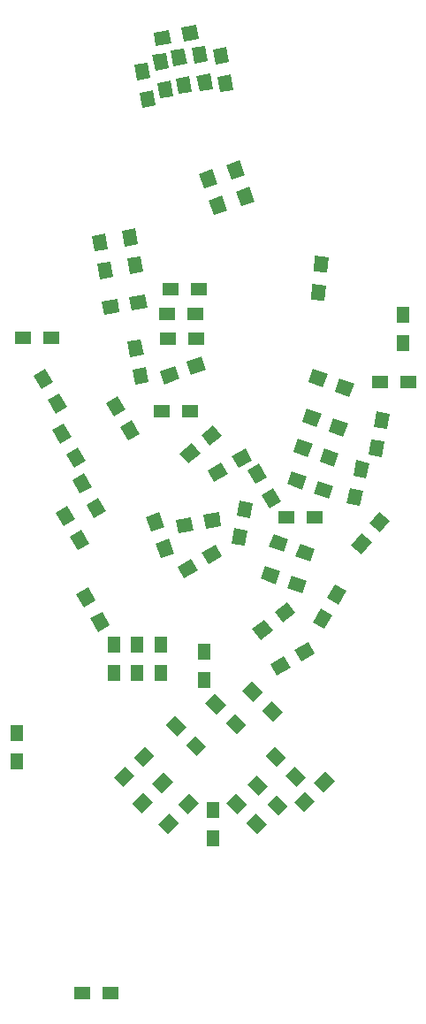
<source format=gbr>
%TF.GenerationSoftware,KiCad,Pcbnew,5.1.9*%
%TF.CreationDate,2021-02-07T10:12:46+01:00*%
%TF.ProjectId,afterglow_replay,61667465-7267-46c6-9f77-5f7265706c61,rev?*%
%TF.SameCoordinates,Original*%
%TF.FileFunction,Paste,Top*%
%TF.FilePolarity,Positive*%
%FSLAX46Y46*%
G04 Gerber Fmt 4.6, Leading zero omitted, Abs format (unit mm)*
G04 Created by KiCad (PCBNEW 5.1.9) date 2021-02-07 10:12:46*
%MOMM*%
%LPD*%
G01*
G04 APERTURE LIST*
%ADD10R,1.500000X1.300000*%
%ADD11C,0.100000*%
%ADD12R,1.300000X1.500000*%
G04 APERTURE END LIST*
D10*
%TO.C,D88*%
X121450000Y-150900000D03*
X118750000Y-150900000D03*
%TD*%
D11*
%TO.C,D87*%
G36*
X122887917Y-95055385D02*
G01*
X121762083Y-95705385D01*
X121012083Y-94406347D01*
X122137917Y-93756347D01*
X122887917Y-95055385D01*
G37*
G36*
X124237917Y-97393653D02*
G01*
X123112083Y-98043653D01*
X122362083Y-96744615D01*
X123487917Y-96094615D01*
X124237917Y-97393653D01*
G37*
%TD*%
%TO.C,D86*%
G36*
X134305588Y-72613871D02*
G01*
X133083988Y-73058498D01*
X132570958Y-71648959D01*
X133792558Y-71204332D01*
X134305588Y-72613871D01*
G37*
G36*
X135229042Y-75151041D02*
G01*
X134007442Y-75595668D01*
X133494412Y-74186129D01*
X134716012Y-73741502D01*
X135229042Y-75151041D01*
G37*
%TD*%
%TO.C,D85*%
G36*
X147251601Y-106824185D02*
G01*
X146255743Y-105988561D01*
X147219925Y-104839495D01*
X148215783Y-105675119D01*
X147251601Y-106824185D01*
G37*
G36*
X145516075Y-108892505D02*
G01*
X144520217Y-108056881D01*
X145484399Y-106907815D01*
X146480257Y-107743439D01*
X145516075Y-108892505D01*
G37*
%TD*%
%TO.C,D84*%
G36*
X145968311Y-101661596D02*
G01*
X144701630Y-101369159D01*
X145039057Y-99907604D01*
X146305738Y-100200041D01*
X145968311Y-101661596D01*
G37*
G36*
X145360943Y-104292396D02*
G01*
X144094262Y-103999959D01*
X144431689Y-102538404D01*
X145698370Y-102830841D01*
X145360943Y-104292396D01*
G37*
%TD*%
%TO.C,D83*%
G36*
X147944314Y-96921987D02*
G01*
X146664064Y-96696244D01*
X146924536Y-95219033D01*
X148204786Y-95444776D01*
X147944314Y-96921987D01*
G37*
G36*
X147475464Y-99580967D02*
G01*
X146195214Y-99355224D01*
X146455686Y-97878013D01*
X147735936Y-98103756D01*
X147475464Y-99580967D01*
G37*
%TD*%
D10*
%TO.C,D82*%
X150000000Y-92400000D03*
X147300000Y-92400000D03*
%TD*%
D12*
%TO.C,D81*%
X149500000Y-85950000D03*
X149500000Y-88650000D03*
%TD*%
%TO.C,D78*%
X126300000Y-117550000D03*
X126300000Y-120250000D03*
%TD*%
%TO.C,D77*%
X124000000Y-117550000D03*
X124000000Y-120250000D03*
%TD*%
%TO.C,D76*%
X121800000Y-117550000D03*
X121800000Y-120250000D03*
%TD*%
D11*
%TO.C,D75*%
G36*
X118062917Y-105555385D02*
G01*
X116937083Y-106205385D01*
X116187083Y-104906347D01*
X117312917Y-104256347D01*
X118062917Y-105555385D01*
G37*
G36*
X119412917Y-107893653D02*
G01*
X118287083Y-108543653D01*
X117537083Y-107244615D01*
X118662917Y-106594615D01*
X119412917Y-107893653D01*
G37*
%TD*%
%TO.C,D74*%
G36*
X119662917Y-102455385D02*
G01*
X118537083Y-103105385D01*
X117787083Y-101806347D01*
X118912917Y-101156347D01*
X119662917Y-102455385D01*
G37*
G36*
X121012917Y-104793653D02*
G01*
X119887083Y-105443653D01*
X119137083Y-104144615D01*
X120262917Y-103494615D01*
X121012917Y-104793653D01*
G37*
%TD*%
%TO.C,D73*%
G36*
X117762917Y-97655385D02*
G01*
X116637083Y-98305385D01*
X115887083Y-97006347D01*
X117012917Y-96356347D01*
X117762917Y-97655385D01*
G37*
G36*
X119112917Y-99993653D02*
G01*
X117987083Y-100643653D01*
X117237083Y-99344615D01*
X118362917Y-98694615D01*
X119112917Y-99993653D01*
G37*
%TD*%
%TO.C,D72*%
G36*
X115962917Y-92455385D02*
G01*
X114837083Y-93105385D01*
X114087083Y-91806347D01*
X115212917Y-91156347D01*
X115962917Y-92455385D01*
G37*
G36*
X117312917Y-94793653D02*
G01*
X116187083Y-95443653D01*
X115437083Y-94144615D01*
X116562917Y-93494615D01*
X117312917Y-94793653D01*
G37*
%TD*%
D10*
%TO.C,D71*%
X115750000Y-88200000D03*
X113050000Y-88200000D03*
%TD*%
D11*
%TO.C,D68*%
G36*
X142199820Y-81958934D02*
G01*
X140904767Y-81845632D01*
X141035500Y-80351340D01*
X142330553Y-80464642D01*
X142199820Y-81958934D01*
G37*
G36*
X141964500Y-84648660D02*
G01*
X140669447Y-84535358D01*
X140800180Y-83041066D01*
X142095233Y-83154368D01*
X141964500Y-84648660D01*
G37*
%TD*%
%TO.C,D67*%
G36*
X138410502Y-112178012D02*
G01*
X138855129Y-110956412D01*
X140264668Y-111469442D01*
X139820041Y-112691042D01*
X138410502Y-112178012D01*
G37*
G36*
X135873332Y-111254558D02*
G01*
X136317959Y-110032958D01*
X137727498Y-110545988D01*
X137282871Y-111767588D01*
X135873332Y-111254558D01*
G37*
%TD*%
%TO.C,D66*%
G36*
X139191502Y-109116012D02*
G01*
X139636129Y-107894412D01*
X141045668Y-108407442D01*
X140601041Y-109629042D01*
X139191502Y-109116012D01*
G37*
G36*
X136654332Y-108192558D02*
G01*
X137098959Y-106970958D01*
X138508498Y-107483988D01*
X138063871Y-108705588D01*
X136654332Y-108192558D01*
G37*
%TD*%
D10*
%TO.C,D65*%
X141050000Y-105400000D03*
X138350000Y-105400000D03*
%TD*%
D11*
%TO.C,D64*%
G36*
X140941502Y-103116012D02*
G01*
X141386129Y-101894412D01*
X142795668Y-102407442D01*
X142351041Y-103629042D01*
X140941502Y-103116012D01*
G37*
G36*
X138404332Y-102192558D02*
G01*
X138848959Y-100970958D01*
X140258498Y-101483988D01*
X139813871Y-102705588D01*
X138404332Y-102192558D01*
G37*
%TD*%
%TO.C,D63*%
G36*
X141491502Y-100016012D02*
G01*
X141936129Y-98794412D01*
X143345668Y-99307442D01*
X142901041Y-100529042D01*
X141491502Y-100016012D01*
G37*
G36*
X138954332Y-99092558D02*
G01*
X139398959Y-97870958D01*
X140808498Y-98383988D01*
X140363871Y-99605588D01*
X138954332Y-99092558D01*
G37*
%TD*%
%TO.C,D62*%
G36*
X142341502Y-97116012D02*
G01*
X142786129Y-95894412D01*
X144195668Y-96407442D01*
X143751041Y-97629042D01*
X142341502Y-97116012D01*
G37*
G36*
X139804332Y-96192558D02*
G01*
X140248959Y-94970958D01*
X141658498Y-95483988D01*
X141213871Y-96705588D01*
X139804332Y-96192558D01*
G37*
%TD*%
%TO.C,D61*%
G36*
X142941502Y-93316012D02*
G01*
X143386129Y-92094412D01*
X144795668Y-92607442D01*
X144351041Y-93829042D01*
X142941502Y-93316012D01*
G37*
G36*
X140404332Y-92392558D02*
G01*
X140848959Y-91170958D01*
X142258498Y-91683988D01*
X141813871Y-92905588D01*
X140404332Y-92392558D01*
G37*
%TD*%
%TO.C,D58*%
G36*
X120062917Y-113355385D02*
G01*
X118937083Y-114005385D01*
X118187083Y-112706347D01*
X119312917Y-112056347D01*
X120062917Y-113355385D01*
G37*
G36*
X121412917Y-115693653D02*
G01*
X120287083Y-116343653D01*
X119537083Y-115044615D01*
X120662917Y-114394615D01*
X121412917Y-115693653D01*
G37*
%TD*%
%TO.C,D57*%
G36*
X143337917Y-113736385D02*
G01*
X142212083Y-113086385D01*
X142962083Y-111787347D01*
X144087917Y-112437347D01*
X143337917Y-113736385D01*
G37*
G36*
X141987917Y-116074653D02*
G01*
X140862083Y-115424653D01*
X141612083Y-114125615D01*
X142737917Y-114775615D01*
X141987917Y-116074653D01*
G37*
%TD*%
%TO.C,D56*%
G36*
X137972987Y-115442810D02*
G01*
X137172627Y-114418396D01*
X138354643Y-113494904D01*
X139155003Y-114519318D01*
X137972987Y-115442810D01*
G37*
G36*
X135845357Y-117105096D02*
G01*
X135044997Y-116080682D01*
X136227013Y-115157190D01*
X137027373Y-116181604D01*
X135845357Y-117105096D01*
G37*
%TD*%
%TO.C,D55*%
G36*
X139744615Y-119162917D02*
G01*
X139094615Y-118037083D01*
X140393653Y-117287083D01*
X141043653Y-118412917D01*
X139744615Y-119162917D01*
G37*
G36*
X137406347Y-120512917D02*
G01*
X136756347Y-119387083D01*
X138055385Y-118637083D01*
X138705385Y-119762917D01*
X137406347Y-120512917D01*
G37*
%TD*%
D10*
%TO.C,D54*%
X129950000Y-83500000D03*
X127250000Y-83500000D03*
%TD*%
%TO.C,D53*%
X129550000Y-85900000D03*
X126850000Y-85900000D03*
%TD*%
%TO.C,D52*%
X129650000Y-88300000D03*
X126950000Y-88300000D03*
%TD*%
D11*
%TO.C,D51*%
G36*
X129186129Y-91705588D02*
G01*
X128741502Y-90483988D01*
X130151041Y-89970958D01*
X130595668Y-91192558D01*
X129186129Y-91705588D01*
G37*
G36*
X126648959Y-92629042D02*
G01*
X126204332Y-91407442D01*
X127613871Y-90894412D01*
X128058498Y-92116012D01*
X126648959Y-92629042D01*
G37*
%TD*%
D10*
%TO.C,D48*%
X129050000Y-95200000D03*
X126350000Y-95200000D03*
%TD*%
D11*
%TO.C,D47*%
G36*
X130977439Y-98512257D02*
G01*
X130141815Y-97516399D01*
X131290881Y-96552217D01*
X132126505Y-97548075D01*
X130977439Y-98512257D01*
G37*
G36*
X128909119Y-100247783D02*
G01*
X128073495Y-99251925D01*
X129222561Y-98287743D01*
X130058185Y-99283601D01*
X128909119Y-100247783D01*
G37*
%TD*%
%TO.C,D46*%
G36*
X133744615Y-100662917D02*
G01*
X133094615Y-99537083D01*
X134393653Y-98787083D01*
X135043653Y-99912917D01*
X133744615Y-100662917D01*
G37*
G36*
X131406347Y-102012917D02*
G01*
X130756347Y-100887083D01*
X132055385Y-100137083D01*
X132705385Y-101262917D01*
X131406347Y-102012917D01*
G37*
%TD*%
%TO.C,D45*%
G36*
X136437917Y-101524385D02*
G01*
X135312083Y-102174385D01*
X134562083Y-100875347D01*
X135687917Y-100225347D01*
X136437917Y-101524385D01*
G37*
G36*
X137787917Y-103862653D02*
G01*
X136662083Y-104512653D01*
X135912083Y-103213615D01*
X137037917Y-102563615D01*
X137787917Y-103862653D01*
G37*
%TD*%
%TO.C,D44*%
G36*
X134810314Y-105450987D02*
G01*
X133530064Y-105225244D01*
X133790536Y-103748033D01*
X135070786Y-103973776D01*
X134810314Y-105450987D01*
G37*
G36*
X134341464Y-108109967D02*
G01*
X133061214Y-107884224D01*
X133321686Y-106407013D01*
X134601936Y-106632756D01*
X134341464Y-108109967D01*
G37*
%TD*%
%TO.C,D43*%
G36*
X129196244Y-105364064D02*
G01*
X129421987Y-106644314D01*
X127944776Y-106904786D01*
X127719033Y-105624536D01*
X129196244Y-105364064D01*
G37*
G36*
X131855224Y-104895214D02*
G01*
X132080967Y-106175464D01*
X130603756Y-106435936D01*
X130378013Y-105155686D01*
X131855224Y-104895214D01*
G37*
%TD*%
%TO.C,D42*%
G36*
X126605588Y-106313871D02*
G01*
X125383988Y-106758498D01*
X124870958Y-105348959D01*
X126092558Y-104904332D01*
X126605588Y-106313871D01*
G37*
G36*
X127529042Y-108851041D02*
G01*
X126307442Y-109295668D01*
X125794412Y-107886129D01*
X127016012Y-107441502D01*
X127529042Y-108851041D01*
G37*
%TD*%
%TO.C,D41*%
G36*
X130844615Y-109862917D02*
G01*
X130194615Y-108737083D01*
X131493653Y-107987083D01*
X132143653Y-109112917D01*
X130844615Y-109862917D01*
G37*
G36*
X128506347Y-111212917D02*
G01*
X127856347Y-110087083D01*
X129155385Y-109337083D01*
X129805385Y-110462917D01*
X128506347Y-111212917D01*
G37*
%TD*%
D12*
%TO.C,D38*%
X130400000Y-118250000D03*
X130400000Y-120950000D03*
%TD*%
D11*
%TO.C,D37*%
G36*
X136035355Y-122116117D02*
G01*
X135116117Y-123035355D01*
X134055457Y-121974695D01*
X134974695Y-121055457D01*
X136035355Y-122116117D01*
G37*
G36*
X137944543Y-124025305D02*
G01*
X137025305Y-124944543D01*
X135964645Y-123883883D01*
X136883883Y-122964645D01*
X137944543Y-124025305D01*
G37*
%TD*%
%TO.C,D36*%
G36*
X132535355Y-123316117D02*
G01*
X131616117Y-124235355D01*
X130555457Y-123174695D01*
X131474695Y-122255457D01*
X132535355Y-123316117D01*
G37*
G36*
X134444543Y-125225305D02*
G01*
X133525305Y-126144543D01*
X132464645Y-125083883D01*
X133383883Y-124164645D01*
X134444543Y-125225305D01*
G37*
%TD*%
%TO.C,D35*%
G36*
X128735355Y-125416117D02*
G01*
X127816117Y-126335355D01*
X126755457Y-125274695D01*
X127674695Y-124355457D01*
X128735355Y-125416117D01*
G37*
G36*
X130644543Y-127325305D02*
G01*
X129725305Y-128244543D01*
X128664645Y-127183883D01*
X129583883Y-126264645D01*
X130644543Y-127325305D01*
G37*
%TD*%
%TO.C,D34*%
G36*
X121235936Y-79696244D02*
G01*
X119955686Y-79921987D01*
X119695214Y-78444776D01*
X120975464Y-78219033D01*
X121235936Y-79696244D01*
G37*
G36*
X121704786Y-82355224D02*
G01*
X120424536Y-82580967D01*
X120164064Y-81103756D01*
X121444314Y-80878013D01*
X121704786Y-82355224D01*
G37*
%TD*%
%TO.C,D33*%
G36*
X124101936Y-79196244D02*
G01*
X122821686Y-79421987D01*
X122561214Y-77944776D01*
X123841464Y-77719033D01*
X124101936Y-79196244D01*
G37*
G36*
X124570786Y-81855224D02*
G01*
X123290536Y-82080967D01*
X123030064Y-80603756D01*
X124310314Y-80378013D01*
X124570786Y-81855224D01*
G37*
%TD*%
%TO.C,D32*%
G36*
X123503756Y-85535936D02*
G01*
X123278013Y-84255686D01*
X124755224Y-83995214D01*
X124980967Y-85275464D01*
X123503756Y-85535936D01*
G37*
G36*
X120844776Y-86004786D02*
G01*
X120619033Y-84724536D01*
X122096244Y-84464064D01*
X122321987Y-85744314D01*
X120844776Y-86004786D01*
G37*
%TD*%
%TO.C,D31*%
G36*
X124635936Y-89796244D02*
G01*
X123355686Y-90021987D01*
X123095214Y-88544776D01*
X124375464Y-88319033D01*
X124635936Y-89796244D01*
G37*
G36*
X125104786Y-92455224D02*
G01*
X123824536Y-92680967D01*
X123564064Y-91203756D01*
X124844314Y-90978013D01*
X125104786Y-92455224D01*
G37*
%TD*%
D12*
%TO.C,D28*%
X112500000Y-126050000D03*
X112500000Y-128750000D03*
%TD*%
D11*
%TO.C,D27*%
G36*
X131693588Y-73445271D02*
G01*
X130471988Y-73889898D01*
X129958958Y-72480359D01*
X131180558Y-72035732D01*
X131693588Y-73445271D01*
G37*
G36*
X132617042Y-75982441D02*
G01*
X131395442Y-76427068D01*
X130882412Y-75017529D01*
X132104012Y-74572902D01*
X132617042Y-75982441D01*
G37*
%TD*%
%TO.C,D26*%
G36*
X132785936Y-61796244D02*
G01*
X131505686Y-62021987D01*
X131245214Y-60544776D01*
X132525464Y-60319033D01*
X132785936Y-61796244D01*
G37*
G36*
X133254786Y-64455224D02*
G01*
X131974536Y-64680967D01*
X131714064Y-63203756D01*
X132994314Y-62978013D01*
X133254786Y-64455224D01*
G37*
%TD*%
%TO.C,D25*%
G36*
X130785936Y-61696244D02*
G01*
X129505686Y-61921987D01*
X129245214Y-60444776D01*
X130525464Y-60219033D01*
X130785936Y-61696244D01*
G37*
G36*
X131254786Y-64355224D02*
G01*
X129974536Y-64580967D01*
X129714064Y-63103756D01*
X130994314Y-62878013D01*
X131254786Y-64355224D01*
G37*
%TD*%
%TO.C,D24*%
G36*
X128785936Y-61946244D02*
G01*
X127505686Y-62171987D01*
X127245214Y-60694776D01*
X128525464Y-60469033D01*
X128785936Y-61946244D01*
G37*
G36*
X129254786Y-64605224D02*
G01*
X127974536Y-64830967D01*
X127714064Y-63353756D01*
X128994314Y-63128013D01*
X129254786Y-64605224D01*
G37*
%TD*%
%TO.C,D23*%
G36*
X127019936Y-62375744D02*
G01*
X125739686Y-62601487D01*
X125479214Y-61124276D01*
X126759464Y-60898533D01*
X127019936Y-62375744D01*
G37*
G36*
X127488786Y-65034724D02*
G01*
X126208536Y-65260467D01*
X125948064Y-63783256D01*
X127228314Y-63557513D01*
X127488786Y-65034724D01*
G37*
%TD*%
%TO.C,D22*%
G36*
X125285936Y-63296244D02*
G01*
X124005686Y-63521987D01*
X123745214Y-62044776D01*
X125025464Y-61819033D01*
X125285936Y-63296244D01*
G37*
G36*
X125754786Y-65955224D02*
G01*
X124474536Y-66180967D01*
X124214064Y-64703756D01*
X125494314Y-64478013D01*
X125754786Y-65955224D01*
G37*
%TD*%
%TO.C,D21*%
G36*
X128453756Y-59785936D02*
G01*
X128228013Y-58505686D01*
X129705224Y-58245214D01*
X129930967Y-59525464D01*
X128453756Y-59785936D01*
G37*
G36*
X125794776Y-60254786D02*
G01*
X125569033Y-58974536D01*
X127046244Y-58714064D01*
X127271987Y-59994314D01*
X125794776Y-60254786D01*
G37*
%TD*%
%TO.C,D18*%
G36*
X141883883Y-131685355D02*
G01*
X140964645Y-130766117D01*
X142025305Y-129705457D01*
X142944543Y-130624695D01*
X141883883Y-131685355D01*
G37*
G36*
X139974695Y-133594543D02*
G01*
X139055457Y-132675305D01*
X140116117Y-131614645D01*
X141035355Y-132533883D01*
X139974695Y-133594543D01*
G37*
%TD*%
%TO.C,D17*%
G36*
X138285355Y-128366117D02*
G01*
X137366117Y-129285355D01*
X136305457Y-128224695D01*
X137224695Y-127305457D01*
X138285355Y-128366117D01*
G37*
G36*
X140194543Y-130275305D02*
G01*
X139275305Y-131194543D01*
X138214645Y-130133883D01*
X139133883Y-129214645D01*
X140194543Y-130275305D01*
G37*
%TD*%
%TO.C,D16*%
G36*
X136535355Y-131116117D02*
G01*
X135616117Y-132035355D01*
X134555457Y-130974695D01*
X135474695Y-130055457D01*
X136535355Y-131116117D01*
G37*
G36*
X138444543Y-133025305D02*
G01*
X137525305Y-133944543D01*
X136464645Y-132883883D01*
X137383883Y-131964645D01*
X138444543Y-133025305D01*
G37*
%TD*%
%TO.C,D15*%
G36*
X134535355Y-132866117D02*
G01*
X133616117Y-133785355D01*
X132555457Y-132724695D01*
X133474695Y-131805457D01*
X134535355Y-132866117D01*
G37*
G36*
X136444543Y-134775305D02*
G01*
X135525305Y-135694543D01*
X134464645Y-134633883D01*
X135383883Y-133714645D01*
X136444543Y-134775305D01*
G37*
%TD*%
D12*
%TO.C,D14*%
X131250000Y-133400000D03*
X131250000Y-136100000D03*
%TD*%
D11*
%TO.C,D13*%
G36*
X128883883Y-133785355D02*
G01*
X127964645Y-132866117D01*
X129025305Y-131805457D01*
X129944543Y-132724695D01*
X128883883Y-133785355D01*
G37*
G36*
X126974695Y-135694543D02*
G01*
X126055457Y-134775305D01*
X127116117Y-133714645D01*
X128035355Y-134633883D01*
X126974695Y-135694543D01*
G37*
%TD*%
%TO.C,D12*%
G36*
X126383883Y-131785355D02*
G01*
X125464645Y-130866117D01*
X126525305Y-129805457D01*
X127444543Y-130724695D01*
X126383883Y-131785355D01*
G37*
G36*
X124474695Y-133694543D02*
G01*
X123555457Y-132775305D01*
X124616117Y-131714645D01*
X125535355Y-132633883D01*
X124474695Y-133694543D01*
G37*
%TD*%
%TO.C,D11*%
G36*
X124633883Y-129285355D02*
G01*
X123714645Y-128366117D01*
X124775305Y-127305457D01*
X125694543Y-128224695D01*
X124633883Y-129285355D01*
G37*
G36*
X122724695Y-131194543D02*
G01*
X121805457Y-130275305D01*
X122866117Y-129214645D01*
X123785355Y-130133883D01*
X122724695Y-131194543D01*
G37*
%TD*%
M02*

</source>
